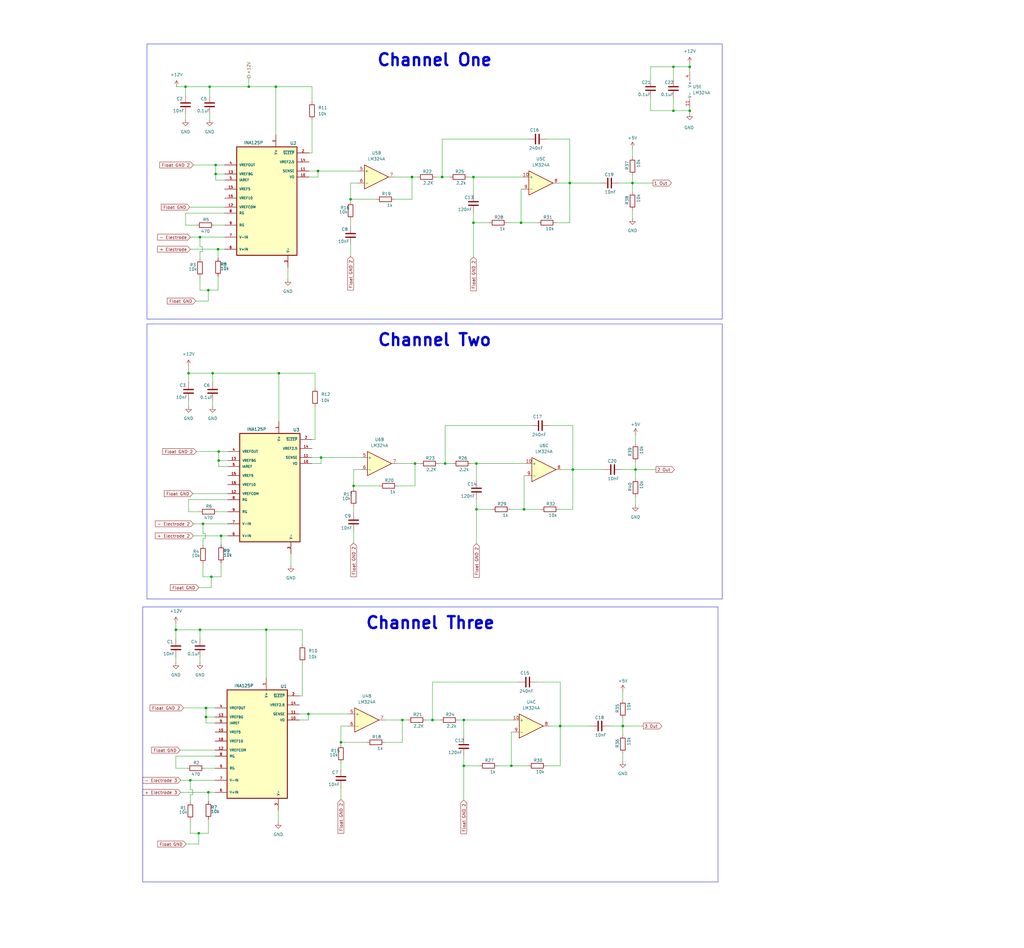
<source format=kicad_sch>
(kicad_sch (version 20231120) (generator "eeschema") (generator_version "8.0")
  (paper "User" 431.8 400)
  (title_block (rev "V1.0") (company "MyoGen Solutions") (comment 1 "Designed By Eng. Ndambia M."))
  (lib_symbols
    (symbol "Amplifier_Operational:LM324A" (pin_names (offset 0.127))
      (property "Reference" "U" (at 0 5.08 0))
      (property "Value" "LM324A" (at 0 -5.08 0))
      (symbol "LM324A_1_1"
        (polyline (pts (xy -5.08 5.08) (xy 5.08 0) (xy -5.08 -5.08) (xy -5.08 5.08)) (stroke (width 0.254)) (fill (type background)))
        (pin output line (at 7.62 0 180) (length 2.54) (name "~") (number "1"))
        (pin input line (at -7.62 -2.54 0) (length 2.54) (name "-") (number "2"))
        (pin input line (at -7.62 2.54 0) (length 2.54) (name "+") (number "3"))
      )
      (symbol "LM324A_2_1"
        (polyline (pts (xy -5.08 5.08) (xy 5.08 0) (xy -5.08 -5.08) (xy -5.08 5.08)) (stroke (width 0.254)) (fill (type background)))
        (pin input line (at -7.62 2.54 0) (length 2.54) (name "+") (number "5"))
        (pin input line (at -7.62 -2.54 0) (length 2.54) (name "-") (number "6"))
        (pin output line (at 7.62 0 180) (length 2.54) (name "~") (number "7"))
      )
      (symbol "LM324A_3_1"
        (polyline (pts (xy -5.08 5.08) (xy 5.08 0) (xy -5.08 -5.08) (xy -5.08 5.08)) (stroke (width 0.254)) (fill (type background)))
        (pin input line (at -7.62 2.54 0) (length 2.54) (name "+") (number "10"))
        (pin output line (at 7.62 0 180) (length 2.54) (name "~") (number "8"))
        (pin input line (at -7.62 -2.54 0) (length 2.54) (name "-") (number "9"))
      )
      (symbol "LM324A_4_1"
        (polyline (pts (xy -5.08 5.08) (xy 5.08 0) (xy -5.08 -5.08) (xy -5.08 5.08)) (stroke (width 0.254)) (fill (type background)))
        (pin input line (at -7.62 2.54 0) (length 2.54) (name "+") (number "12"))
        (pin input line (at -7.62 -2.54 0) (length 2.54) (name "-") (number "13"))
        (pin output line (at 7.62 0 180) (length 2.54) (name "~") (number "14"))
      )
      (symbol "LM324A_5_1"
        (pin power_in line (at -2.54 -7.62 90) (length 3.81) (name "V-") (number "11"))
        (pin power_in line (at -2.54 7.62 270) (length 3.81) (name "V+") (number "4"))
      )
    )
    (symbol "Device:C" (pin_numbers hide) (pin_names (offset 0.254))
      (property "Reference" "C" (at 0.635 2.54 0))
      (property "Value" "C" (at 0.635 -2.54 0))
      (symbol "C_0_1"
        (polyline (pts (xy -2.032 -0.762) (xy 2.032 -0.762)) (stroke (width 0.508)))
        (polyline (pts (xy -2.032 0.762) (xy 2.032 0.762)) (stroke (width 0.508)))
      )
      (symbol "C_1_1"
        (pin passive line (at 0 3.81 270) (length 2.794) (name "~") (number "1"))
        (pin passive line (at 0 -3.81 90) (length 2.794) (name "~") (number "2"))
      )
    )
    (symbol "Device:R" (pin_numbers hide) (pin_names (offset 0))
      (property "Reference" "R" (at 2.032 0 90))
      (property "Value" "R" (at 0 0 90))
      (symbol "R_0_1"
        (rectangle (start -1.016 -2.54) (end 1.016 2.54) (stroke (width 0.254)))
      )
      (symbol "R_1_1"
        (pin passive line (at 0 3.81 270) (length 1.27) (name "~") (number "1"))
        (pin passive line (at 0 -3.81 90) (length 1.27) (name "~") (number "2"))
      )
    )
    (symbol "INA125P:INA125P" (pin_names (offset 1.016))
      (property "Reference" "U1" (at 11.176 24.384 0))
      (property "Value" "INA125P" (at -5.588 24.638 0))
      (symbol "INA125P_0_0"
        (rectangle (start -12.7 22.86) (end 12.7 -22.86) (stroke (width 0.41)) (fill (type background)))
        (pin power_in line (at 3.81 27.94 270) (length 5.08) (name "V+") (number "1"))
        (pin output line (at 17.78 10.16 180) (length 5.08) (name "VO") (number "10"))
        (pin input line (at 17.78 12.7 180) (length 5.08) (name "SENSE") (number "11"))
        (pin input line (at -17.78 -2.54 0) (length 5.08) (name "VREFCOM") (number "12"))
        (pin input line (at -17.78 11.43 0) (length 5.08) (name "VREFBG") (number "13"))
        (pin power_in line (at 17.78 16.51 180) (length 5.08) (name "VREF2.5") (number "14"))
        (pin input line (at -17.78 5.08 0) (length 5.08) (name "VREF5") (number "15"))
        (pin input line (at -17.78 1.27 0) (length 5.08) (name "VREF10") (number "16"))
        (pin bidirectional line (at 17.78 20.32 180) (length 5.08) (name "~{SLEEP}") (number "2"))
        (pin power_in line (at 8.89 -27.94 90) (length 5.08) (name "V-") (number "3"))
        (pin output line (at -17.78 15.24 0) (length 5.08) (name "VREFOUT") (number "4"))
        (pin input line (at -17.78 8.89 0) (length 5.08) (name "IAREF") (number "5"))
        (pin power_in line (at -17.78 -20.32 0) (length 5.08) (name "V+IN") (number "6"))
        (pin power_in line (at -17.78 -15.24 0) (length 5.08) (name "V-IN") (number "7"))
        (pin bidirectional line (at -17.78 -5.08 0) (length 5.08) (name "RG") (number "8"))
        (pin bidirectional line (at -17.78 -10.16 0) (length 5.08) (name "RG") (number "9"))
      )
    )
    (symbol "power:+12V" (power) (pin_numbers hide) (pin_names (offset 0) hide)
      (property "Value" "+12V" (at 0 3.556 0))
      (symbol "+12V_0_1"
        (polyline (pts (xy -0.762 1.27) (xy 0 2.54)))
        (polyline (pts (xy 0 0) (xy 0 2.54)))
        (polyline (pts (xy 0 2.54) (xy 0.762 1.27)))
      )
      (symbol "+12V_1_1"
        (pin power_in line (at 0 0 90) (length 0) (name "~") (number "1"))
      )
    )
    (symbol "power:+5V" (power) (pin_numbers hide) (pin_names (offset 0) hide)
      (property "Value" "+5V" (at 0 3.556 0))
      (symbol "+5V_0_1"
        (polyline (pts (xy -0.762 1.27) (xy 0 2.54)))
        (polyline (pts (xy 0 0) (xy 0 2.54)))
        (polyline (pts (xy 0 2.54) (xy 0.762 1.27)))
      )
      (symbol "+5V_1_1"
        (pin power_in line (at 0 0 90) (length 0) (name "~") (number "1"))
      )
    )
    (symbol "power:GND" (power) (pin_numbers hide) (pin_names (offset 0) hide)
      (property "Value" "GND" (at 0 -3.81 0))
      (symbol "GND_0_1"
        (polyline (pts (xy 0 0) (xy 0 -1.27) (xy 1.27 -1.27) (xy 0 -2.54) (xy -1.27 -1.27) (xy 0 -1.27)))
      )
      (symbol "GND_1_1"
        (pin power_in line (at 0 0 270) (length 0) (name "~") (number "1"))
      )
    )
  )
  (junction (at 92.202 190.5))
  (junction (at 116.332 36.576))
  (junction (at 90.932 69.596))
  (junction (at 89.662 157.48))
  (junction (at 149.098 204.978))
  (junction (at 83.7921 351.536))
  (junction (at 147.828 84.074))
  (junction (at 86.868 302.514))
  (junction (at 135.382 193.04))
  (junction (at 200.914 195.58))
  (junction (at 200.914 214.884))
  (junction (at 104.902 36.576))
  (junction (at 182.372 303.784))
  (junction (at 187.706 195.58))
  (junction (at 219.71 93.98))
  (junction (at 79.502 157.48))
  (junction (at 84.328 100.076))
  (junction (at 87.884 334.264))
  (junction (at 78.232 36.576))
  (junction (at 283.972 28.194))
  (junction (at 88.392 36.576))
  (junction (at 86.868 298.704))
  (junction (at 143.764 313.182))
  (junction (at 175.006 195.58))
  (junction (at 267.97 198.12))
  (junction (at 134.112 72.136))
  (junction (at 85.598 220.98))
  (junction (at 92.202 194.31))
  (junction (at 195.58 323.088))
  (junction (at 240.284 77.216))
  (junction (at 283.972 46.736))
  (junction (at 90.932 73.406))
  (junction (at 80.264 329.184))
  (junction (at 236.22 306.324))
  (junction (at 93.218 226.06))
  (junction (at 262.636 306.324))
  (junction (at 241.554 198.12))
  (junction (at 195.58 303.784))
  (junction (at 199.644 74.676))
  (junction (at 186.436 74.676))
  (junction (at 87.8561 122.428))
  (junction (at 91.948 105.156))
  (junction (at 173.736 74.676))
  (junction (at 130.048 301.244))
  (junction (at 117.602 157.48))
  (junction (at 112.268 265.684))
  (junction (at 215.646 323.088))
  (junction (at 74.168 265.684))
  (junction (at 220.98 214.884))
  (junction (at 290.83 28.194))
  (junction (at 266.7 77.216))
  (junction (at 89.1261 243.332))
  (junction (at 84.328 265.684))
  (junction (at 290.83 46.736))
  (junction (at 199.644 93.98))
  (junction (at 169.672 303.784))
  (wire (pts (xy 267.97 209.55) (xy 267.97 213.106)))
  (wire (pts (xy 147.828 77.216) (xy 151.13 77.216)))
  (wire (pts (xy 80.264 335.28) (xy 81.28 335.28)))
  (wire (pts (xy 234.442 93.98) (xy 240.284 93.98)))
  (wire (pts (xy 173.736 84.074) (xy 173.736 74.676)))
  (wire (pts (xy 93.218 243.332) (xy 89.1261 243.332)))
  (wire (pts (xy 92.202 190.5) (xy 92.202 194.31)))
  (wire (pts (xy 274.32 28.194) (xy 283.972 28.194)))
  (wire (pts (xy 169.672 313.182) (xy 169.672 303.784)))
  (wire (pts (xy 74.168 265.684) (xy 74.168 269.494)))
  (wire (pts (xy 89.662 157.48) (xy 117.602 157.48)))
  (wire (pts (xy 231.648 179.578) (xy 241.554 179.578)))
  (wire (pts (xy 84.328 122.428) (xy 84.328 116.84)))
  (wire (pts (xy 87.884 334.264) (xy 90.678 334.264)))
  (wire (pts (xy 222.758 58.674) (xy 186.436 58.674)))
  (wire (pts (xy 187.706 179.578) (xy 187.706 195.58)))
  (wire (pts (xy 143.764 332.232) (xy 143.764 337.312)))
  (wire (pts (xy 187.706 195.58) (xy 191.008 195.58)))
  (wire (pts (xy 162.306 313.182) (xy 169.672 313.182)))
  (wire (pts (xy 215.138 214.884) (xy 220.98 214.884)))
  (wire (pts (xy 169.672 303.784) (xy 171.958 303.784)))
  (wire (pts (xy 80.264 329.184) (xy 90.678 329.184)))
  (wire (pts (xy 266.7 73.914) (xy 266.7 77.216)))
  (wire (pts (xy 81.534 220.98) (xy 85.598 220.98)))
  (wire (pts (xy 266.7 77.216) (xy 266.7 81.026)))
  (wire (pts (xy 195.58 318.77) (xy 195.58 323.088)))
  (wire (pts (xy 81.28 333.248) (xy 80.264 333.248)))
  (wire (pts (xy 84.328 265.684) (xy 112.268 265.684)))
  (wire (pts (xy 219.71 93.98) (xy 219.71 79.756)))
  (wire (pts (xy 220.98 214.884) (xy 228.092 214.884)))
  (wire (pts (xy 173.736 74.676) (xy 176.022 74.676)))
  (wire (pts (xy 83.7921 356.108) (xy 83.7921 351.536)))
  (wire (pts (xy 79.502 157.48) (xy 89.662 157.48)))
  (wire (pts (xy 135.382 193.04) (xy 152.4 193.04)))
  (wire (pts (xy 76.2 334.264) (xy 87.884 334.264)))
  (wire (pts (xy 89.662 157.48) (xy 89.662 161.29)))
  (wire (pts (xy 143.764 306.324) (xy 147.066 306.324)))
  (wire (pts (xy 199.644 93.98) (xy 199.644 108.458)))
  (wire (pts (xy 149.098 204.978) (xy 149.098 205.994)))
  (wire (pts (xy 117.602 177.8) (xy 117.602 157.48)))
  (wire (pts (xy 130.302 74.676) (xy 134.112 74.676)))
  (wire (pts (xy 127.508 279.654) (xy 127.508 293.624)))
  (wire (pts (xy 262.636 306.324) (xy 271.272 306.324)))
  (wire (pts (xy 80.264 335.28) (xy 80.264 338.328)))
  (wire (pts (xy 130.302 72.136) (xy 134.112 72.136)))
  (wire (pts (xy 94.742 69.596) (xy 90.932 69.596)))
  (wire (pts (xy 130.048 303.784) (xy 130.048 301.244)))
  (wire (pts (xy 236.982 198.12) (xy 241.554 198.12)))
  (wire (pts (xy 173.736 74.676) (xy 166.37 74.676)))
  (wire (pts (xy 290.83 26.67) (xy 290.83 28.194)))
  (wire (pts (xy 92.202 196.85) (xy 92.202 194.31)))
  (wire (pts (xy 104.902 32.766) (xy 104.902 36.576)))
  (wire (pts (xy 83.7921 351.536) (xy 80.264 351.536)))
  (wire (pts (xy 79.502 210.82) (xy 79.502 215.9)))
  (wire (pts (xy 85.598 227.076) (xy 86.614 227.076)))
  (wire (pts (xy 91.948 122.428) (xy 87.8561 122.428)))
  (wire (pts (xy 74.168 319.024) (xy 74.168 324.104)))
  (wire (pts (xy 256.794 306.324) (xy 262.636 306.324)))
  (wire (pts (xy 94.742 73.406) (xy 90.932 73.406)))
  (wire (pts (xy 79.502 215.9) (xy 84.074 215.9)))
  (wire (pts (xy 79.502 168.91) (xy 79.502 171.45)))
  (wire (pts (xy 186.436 58.674) (xy 186.436 74.676)))
  (wire (pts (xy 90.678 302.514) (xy 86.868 302.514)))
  (wire (pts (xy 154.686 313.182) (xy 143.764 313.182)))
  (wire (pts (xy 262.636 306.324) (xy 262.636 310.134)))
  (wire (pts (xy 89.1261 243.332) (xy 85.598 243.332)))
  (wire (pts (xy 240.284 77.216) (xy 240.284 93.98)))
  (wire (pts (xy 88.392 36.576) (xy 104.902 36.576)))
  (wire (pts (xy 236.22 306.324) (xy 236.22 323.088)))
  (wire (pts (xy 81.534 69.596) (xy 90.932 69.596)))
  (wire (pts (xy 219.71 79.756) (xy 220.472 79.756)))
  (wire (pts (xy 132.842 157.48) (xy 132.842 163.83)))
  (wire (pts (xy 131.572 50.546) (xy 131.572 64.516)))
  (wire (pts (xy 127.508 265.684) (xy 127.508 272.034)))
  (wire (pts (xy 74.168 265.684) (xy 84.328 265.684)))
  (wire (pts (xy 84.328 100.076) (xy 94.742 100.076)))
  (wire (pts (xy 104.902 36.576) (xy 116.332 36.576)))
  (wire (pts (xy 79.502 154.432) (xy 79.502 157.48)))
  (wire (pts (xy 220.98 214.884) (xy 220.98 200.66)))
  (wire (pts (xy 132.842 157.48) (xy 117.602 157.48)))
  (wire (pts (xy 175.006 195.58) (xy 167.64 195.58)))
  (wire (pts (xy 91.948 105.156) (xy 94.742 105.156)))
  (wire (pts (xy 149.098 198.12) (xy 152.4 198.12)))
  (wire (pts (xy 91.694 215.9) (xy 96.012 215.9)))
  (wire (pts (xy 267.97 183.388) (xy 267.97 187.198)))
  (wire (pts (xy 87.8561 122.428) (xy 84.328 122.428)))
  (wire (pts (xy 88.392 48.006) (xy 88.392 50.546)))
  (wire (pts (xy 198.628 195.58) (xy 200.914 195.58)))
  (wire (pts (xy 78.486 356.108) (xy 83.7921 356.108)))
  (wire (pts (xy 200.914 214.884) (xy 200.914 229.362)))
  (wire (pts (xy 134.112 72.136) (xy 151.13 72.136)))
  (wire (pts (xy 260.858 77.216) (xy 266.7 77.216)))
  (wire (pts (xy 267.97 198.12) (xy 276.606 198.12)))
  (wire (pts (xy 126.238 293.624) (xy 127.508 293.624)))
  (wire (pts (xy 240.284 77.216) (xy 253.238 77.216)))
  (wire (pts (xy 209.804 323.088) (xy 215.646 323.088)))
  (wire (pts (xy 274.32 46.736) (xy 283.972 46.736)))
  (wire (pts (xy 219.71 93.98) (xy 226.822 93.98)))
  (wire (pts (xy 149.098 213.614) (xy 149.098 216.408)))
  (wire (pts (xy 78.232 48.006) (xy 78.232 50.546)))
  (wire (pts (xy 167.64 204.978) (xy 175.006 204.978)))
  (wire (pts (xy 240.284 58.674) (xy 240.284 77.216)))
  (wire (pts (xy 236.22 287.782) (xy 236.22 306.324)))
  (wire (pts (xy 86.868 305.054) (xy 86.868 302.514)))
  (wire (pts (xy 76.2 329.184) (xy 80.264 329.184)))
  (wire (pts (xy 81.28 208.28) (xy 96.012 208.28)))
  (wire (pts (xy 85.598 225.044) (xy 85.598 220.98)))
  (wire (pts (xy 93.218 237.49) (xy 93.218 243.332)))
  (wire (pts (xy 231.648 306.324) (xy 236.22 306.324)))
  (wire (pts (xy 143.764 313.182) (xy 143.764 314.198)))
  (wire (pts (xy 96.012 196.85) (xy 92.202 196.85)))
  (wire (pts (xy 83.82 247.904) (xy 89.1261 247.904)))
  (wire (pts (xy 80.264 100.076) (xy 84.328 100.076)))
  (wire (pts (xy 200.914 202.946) (xy 200.914 195.58)))
  (wire (pts (xy 84.328 106.172) (xy 84.328 109.22)))
  (wire (pts (xy 266.7 62.484) (xy 266.7 66.294)))
  (wire (pts (xy 131.572 36.576) (xy 116.332 36.576)))
  (wire (pts (xy 127.508 265.684) (xy 112.268 265.684)))
  (wire (pts (xy 175.006 195.58) (xy 177.292 195.58)))
  (wire (pts (xy 80.264 333.248) (xy 80.264 329.184)))
  (wire (pts (xy 195.58 323.088) (xy 195.58 337.566)))
  (wire (pts (xy 149.098 224.028) (xy 149.098 229.108)))
  (wire (pts (xy 132.842 171.45) (xy 132.842 185.42)))
  (wire (pts (xy 75.946 316.484) (xy 90.678 316.484)))
  (wire (pts (xy 90.678 305.054) (xy 86.868 305.054)))
  (wire (pts (xy 158.75 84.074) (xy 147.828 84.074)))
  (wire (pts (xy 84.328 277.114) (xy 84.328 279.654)))
  (wire (pts (xy 213.868 93.98) (xy 219.71 93.98)))
  (wire (pts (xy 131.572 195.58) (xy 135.382 195.58)))
  (wire (pts (xy 215.646 323.088) (xy 215.646 308.864)))
  (wire (pts (xy 199.644 74.676) (xy 220.472 74.676)))
  (wire (pts (xy 283.972 28.194) (xy 290.83 28.194)))
  (wire (pts (xy 90.678 319.024) (xy 74.168 319.024)))
  (wire (pts (xy 82.55 127) (xy 87.8561 127)))
  (wire (pts (xy 116.332 56.896) (xy 116.332 36.576)))
  (wire (pts (xy 147.828 92.71) (xy 147.828 95.504)))
  (wire (pts (xy 74.422 36.576) (xy 78.232 36.576)))
  (wire (pts (xy 220.98 200.66) (xy 221.742 200.66)))
  (wire (pts (xy 267.97 198.12) (xy 267.97 201.93)))
  (wire (pts (xy 290.83 46.736) (xy 290.83 48.006)))
  (wire (pts (xy 149.098 198.12) (xy 149.098 204.978)))
  (wire (pts (xy 262.636 303.022) (xy 262.636 306.324)))
  (wire (pts (xy 184.912 195.58) (xy 187.706 195.58)))
  (wire (pts (xy 74.168 277.114) (xy 74.168 279.654)))
  (wire (pts (xy 230.378 58.674) (xy 240.284 58.674)))
  (wire (pts (xy 175.006 204.978) (xy 175.006 195.58)))
  (wire (pts (xy 96.012 190.5) (xy 92.202 190.5)))
  (wire (pts (xy 224.028 179.578) (xy 187.706 179.578)))
  (wire (pts (xy 143.764 306.324) (xy 143.764 313.182)))
  (wire (pts (xy 179.578 303.784) (xy 182.372 303.784)))
  (wire (pts (xy 96.012 194.31) (xy 92.202 194.31)))
  (wire (pts (xy 94.742 89.916) (xy 78.232 89.916)))
  (wire (pts (xy 86.614 227.076) (xy 86.614 225.044)))
  (wire (pts (xy 193.294 303.784) (xy 195.58 303.784)))
  (wire (pts (xy 122.682 233.68) (xy 122.682 238.76)))
  (wire (pts (xy 85.344 106.172) (xy 85.344 104.14)))
  (wire (pts (xy 80.01 87.376) (xy 94.742 87.376)))
  (wire (pts (xy 80.264 351.536) (xy 80.264 345.948)))
  (wire (pts (xy 197.358 74.676) (xy 199.644 74.676)))
  (wire (pts (xy 90.678 298.704) (xy 86.868 298.704)))
  (wire (pts (xy 90.932 69.596) (xy 90.932 73.406)))
  (wire (pts (xy 195.58 311.15) (xy 195.58 303.784)))
  (wire (pts (xy 262.636 291.592) (xy 262.636 295.402)))
  (wire (pts (xy 87.884 334.264) (xy 87.884 338.074)))
  (wire (pts (xy 126.238 301.244) (xy 130.048 301.244)))
  (wire (pts (xy 199.644 93.98) (xy 206.248 93.98)))
  (wire (pts (xy 235.712 77.216) (xy 240.284 77.216)))
  (wire (pts (xy 86.36 324.104) (xy 90.678 324.104)))
  (wire (pts (xy 147.828 84.074) (xy 147.828 85.09)))
  (wire (pts (xy 91.948 105.156) (xy 91.948 108.966)))
  (wire (pts (xy 195.58 303.784) (xy 216.408 303.784)))
  (wire (pts (xy 87.884 345.694) (xy 87.884 351.536)))
  (wire (pts (xy 283.972 28.194) (xy 283.972 33.528)))
  (wire (pts (xy 78.232 36.576) (xy 78.232 40.386)))
  (wire (pts (xy 235.712 214.884) (xy 241.554 214.884)))
  (wire (pts (xy 290.83 28.194) (xy 290.83 30.226)))
  (wire (pts (xy 274.32 41.148) (xy 274.32 46.736)))
  (wire (pts (xy 195.58 323.088) (xy 202.184 323.088)))
  (wire (pts (xy 78.232 89.916) (xy 78.232 94.996)))
  (wire (pts (xy 218.694 287.782) (xy 182.372 287.782)))
  (wire (pts (xy 121.412 112.776) (xy 121.412 117.856)))
  (wire (pts (xy 74.168 262.89) (xy 74.168 265.684)))
  (wire (pts (xy 85.598 220.98) (xy 96.012 220.98)))
  (wire (pts (xy 200.914 195.58) (xy 221.742 195.58)))
  (wire (pts (xy 74.168 324.104) (xy 78.74 324.104)))
  (wire (pts (xy 147.828 77.216) (xy 147.828 84.074)))
  (wire (pts (xy 84.328 106.172) (xy 85.344 106.172)))
  (wire (pts (xy 182.372 287.782) (xy 182.372 303.784)))
  (wire (pts (xy 130.302 64.516) (xy 131.572 64.516)))
  (wire (pts (xy 199.644 89.662) (xy 199.644 93.98)))
  (wire (pts (xy 199.644 82.042) (xy 199.644 74.676)))
  (wire (pts (xy 85.344 104.14) (xy 84.328 104.14)))
  (wire (pts (xy 226.314 287.782) (xy 236.22 287.782)))
  (wire (pts (xy 87.8561 127) (xy 87.8561 122.428)))
  (wire (pts (xy 135.382 195.58) (xy 135.382 193.04)))
  (wire (pts (xy 85.598 243.332) (xy 85.598 237.744)))
  (wire (pts (xy 86.614 225.044) (xy 85.598 225.044)))
  (wire (pts (xy 182.372 303.784) (xy 185.674 303.784)))
  (wire (pts (xy 81.28 335.28) (xy 81.28 333.248)))
  (wire (pts (xy 88.392 36.576) (xy 88.392 40.386)))
  (wire (pts (xy 200.914 214.884) (xy 207.518 214.884)))
  (wire (pts (xy 79.502 157.48) (xy 79.502 161.29)))
  (wire (pts (xy 91.948 116.586) (xy 91.948 122.428)))
  (wire (pts (xy 215.646 308.864) (xy 216.408 308.864)))
  (wire (pts (xy 267.97 194.818) (xy 267.97 198.12)))
  (wire (pts (xy 84.328 265.684) (xy 84.328 269.494)))
  (wire (pts (xy 230.378 323.088) (xy 236.22 323.088)))
  (wire (pts (xy 241.554 179.578) (xy 241.554 198.12)))
  (wire (pts (xy 236.22 306.324) (xy 249.174 306.324)))
  (wire (pts (xy 290.83 45.466) (xy 290.83 46.736)))
  (wire (pts (xy 80.264 105.156) (xy 91.948 105.156)))
  (wire (pts (xy 89.1261 247.904) (xy 89.1261 243.332)))
  (wire (pts (xy 262.128 198.12) (xy 267.97 198.12)))
  (wire (pts (xy 160.02 204.978) (xy 149.098 204.978)))
  (wire (pts (xy 274.32 33.528) (xy 274.32 28.194)))
  (wire (pts (xy 283.972 46.736) (xy 290.83 46.736)))
  (wire (pts (xy 90.932 75.946) (xy 90.932 73.406)))
  (wire (pts (xy 82.804 190.5) (xy 92.202 190.5)))
  (wire (pts (xy 93.218 226.06) (xy 96.012 226.06)))
  (wire (pts (xy 266.7 88.646) (xy 266.7 92.202)))
  (wire (pts (xy 241.554 198.12) (xy 241.554 214.884)))
  (wire (pts (xy 87.884 351.536) (xy 83.7921 351.536)))
  (wire (pts (xy 112.268 286.004) (xy 112.268 265.684)))
  (wire (pts (xy 96.012 210.82) (xy 79.502 210.82)))
  (wire (pts (xy 131.572 193.04) (xy 135.382 193.04)))
  (wire (pts (xy 117.348 341.884) (xy 117.348 346.964)))
  (wire (pts (xy 131.572 36.576) (xy 131.572 42.926)))
  (wire (pts (xy 90.424 94.996) (xy 94.742 94.996)))
  (wire (pts (xy 134.112 74.676) (xy 134.112 72.136)))
  (wire (pts (xy 89.662 168.91) (xy 89.662 171.45)))
  (wire (pts (xy 77.47 298.704) (xy 86.868 298.704)))
  (wire (pts (xy 126.238 303.784) (xy 130.048 303.784)))
  (wire (pts (xy 183.642 74.676) (xy 186.436 74.676)))
  (wire (pts (xy 81.534 226.06) (xy 93.218 226.06)))
  (wire (pts (xy 283.972 41.148) (xy 283.972 46.736)))
  (wire (pts (xy 215.646 323.088) (xy 222.758 323.088)))
  (wire (pts (xy 166.37 84.074) (xy 173.736 84.074)))
  (wire (pts (xy 130.048 301.244) (xy 147.066 301.244)))
  (wire (pts (xy 241.554 198.12) (xy 254.508 198.12)))
  (wire (pts (xy 93.218 226.06) (xy 93.218 229.87)))
  (wire (pts (xy 131.572 185.42) (xy 132.842 185.42)))
  (wire (pts (xy 147.828 103.124) (xy 147.828 108.204)))
  (wire (pts (xy 84.328 104.14) (xy 84.328 100.076)))
  (wire (pts (xy 94.742 75.946) (xy 90.932 75.946)))
  (wire (pts (xy 86.868 298.704) (xy 86.868 302.514)))
  (wire (pts (xy 78.232 36.576) (xy 88.392 36.576)))
  (wire (pts (xy 262.636 317.754) (xy 262.636 321.31)))
  (wire (pts (xy 200.914 210.566) (xy 200.914 214.884)))
  (wire (pts (xy 78.232 94.996) (xy 82.804 94.996)))
  (wire (pts (xy 266.7 77.216) (xy 275.336 77.216)))
  (wire (pts (xy 169.672 303.784) (xy 162.306 303.784)))
  (wire (pts (xy 143.764 321.818) (xy 143.764 324.612)))
  (wire (pts (xy 186.436 74.676) (xy 189.738 74.676)))
  (wire (pts (xy 85.598 227.076) (xy 85.598 230.124)))
  (text_box "Channel Two\n" (at 61.976 136.652 0) (size 242.57 116.078) (effects (font (size 5 5) (thickness 1) (bold yes)) (justify top)))
  (text_box "Channel Three\n" (at 60.198 256.032 0) (size 242.57 116.078) (effects (font (size 5 5) (thickness 1) (bold yes)) (justify top)))
  (text_box "Channel One" (at 61.976 18.542 0) (size 242.57 116.078) (effects (font (size 5 5) (thickness 1) (bold yes)) (justify top)))
  (global_label "Float GND" (shape input) (at 82.55 127 180) (property "Intersheetrefs" "${INTERSHEET_REFS}" (effects (hide yes))))
  (global_label "+ Electrode" (shape input) (at 80.264 105.156 180) (property "Intersheetrefs" "${INTERSHEET_REFS}" (effects (hide yes))))
  (global_label "Float GND 2" (shape input) (at 200.914 229.362 270) (property "Intersheetrefs" "${INTERSHEET_REFS}" (effects (hide yes))))
  (global_label "3 Out" (shape output) (at 271.272 306.324 0) (property "Intersheetrefs" "${INTERSHEET_REFS}" (effects (hide yes))))
  (global_label "Float GND 2" (shape input) (at 77.47 298.704 180) (property "Intersheetrefs" "${INTERSHEET_REFS}" (effects (hide yes))))
  (global_label "Float GND 2" (shape input) (at 143.764 337.312 270) (property "Intersheetrefs" "${INTERSHEET_REFS}" (effects (hide yes))))
  (global_label "Float GND 2" (shape input) (at 149.098 229.108 270) (property "Intersheetrefs" "${INTERSHEET_REFS}" (effects (hide yes))))
  (global_label "Float GND" (shape input) (at 83.82 247.904 180) (property "Intersheetrefs" "${INTERSHEET_REFS}" (effects (hide yes))))
  (global_label "Float GND" (shape input) (at 75.946 316.484 180) (property "Intersheetrefs" "${INTERSHEET_REFS}" (effects (hide yes))))
  (global_label "Float GND" (shape input) (at 80.01 87.376 180) (property "Intersheetrefs" "${INTERSHEET_REFS}" (effects (hide yes))))
  (global_label "Float GND" (shape input) (at 78.486 356.108 180) (property "Intersheetrefs" "${INTERSHEET_REFS}" (effects (hide yes))))
  (global_label "1 Out" (shape output) (at 275.336 77.216 0) (property "Intersheetrefs" "${INTERSHEET_REFS}" (effects (hide yes))))
  (global_label "2 Out" (shape output) (at 276.606 198.12 0) (property "Intersheetrefs" "${INTERSHEET_REFS}" (effects (hide yes))))
  (global_label "- Electrode 3" (shape input) (at 76.2 329.184 180) (property "Intersheetrefs" "${INTERSHEET_REFS}" (effects (hide yes))))
  (global_label "Float GND 2" (shape input) (at 147.828 108.204 270) (property "Intersheetrefs" "${INTERSHEET_REFS}" (effects (hide yes))))
  (global_label "Float GND 2" (shape input) (at 195.58 337.566 270) (property "Intersheetrefs" "${INTERSHEET_REFS}" (effects (hide yes))))
  (global_label "Float GND 2" (shape input) (at 81.534 69.596 180) (property "Intersheetrefs" "${INTERSHEET_REFS}" (effects (hide yes))))
  (global_label "Float GND 2" (shape input) (at 82.804 190.5 180) (property "Intersheetrefs" "${INTERSHEET_REFS}" (effects (hide yes))))
  (global_label "Float GND" (shape input) (at 81.28 208.28 180) (property "Intersheetrefs" "${INTERSHEET_REFS}" (effects (hide yes))))
  (global_label "+ Electrode 2" (shape input) (at 81.534 226.06 180) (property "Intersheetrefs" "${INTERSHEET_REFS}" (effects (hide yes))))
  (global_label "- Electrode 2" (shape input) (at 81.534 220.98 180) (property "Intersheetrefs" "${INTERSHEET_REFS}" (effects (hide yes))))
  (global_label "+ Electrode 3" (shape input) (at 76.2 334.264 180) (property "Intersheetrefs" "${INTERSHEET_REFS}" (effects (hide yes))))
  (global_label "- Electrode" (shape input) (at 80.264 100.076 180) (property "Intersheetrefs" "${INTERSHEET_REFS}" (effects (hide yes))))
  (global_label "Float GND 2" (shape input) (at 199.644 108.458 270) (property "Intersheetrefs" "${INTERSHEET_REFS}" (effects (hide yes))))
  (hierarchical_label "+12V" (shape output) (at 104.902 32.766 90))
  (symbol (lib_id "power:GND") (at 84.328 279.654 0) (unit 1)
    (property "Reference" "#PWR07" (effects (hide yes)))
    (property "Value" "GND" (at 84.328 284.734 0))
    (property "Description" "Power symbol creates a global label with name \"GND\" , ground" (effects (hide yes)))
  )
  (symbol (lib_id "Device:R") (at 226.568 323.088 90) (unit 1)
    (property "Reference" "R30" (at 228.854 320.802 90) (effects (justify left)))
    (property "Value" "10k" (at 229.616 325.628 90) (effects (justify left)))
    (property "Footprint" "Resistor_SMD:R_0603_1608Metric_Pad0.98x0.95mm_HandSolder" (effects (hide yes)))
    (property "Description" "Resistor" (effects (hide yes)))
  )
  (symbol (lib_id "power:GND") (at 74.168 279.654 0) (unit 1)
    (property "Reference" "#PWR02" (effects (hide yes)))
    (property "Value" "GND" (at 74.168 284.734 0))
    (property "Description" "Power symbol creates a global label with name \"GND\" , ground" (effects (hide yes)))
  )
  (symbol (lib_id "Device:C") (at 274.32 37.338 0) (unit 1)
    (property "Reference" "C21" (at 270.51 34.798 0) (effects (justify left)))
    (property "Value" "0.1uF" (at 268.986 39.878 0) (effects (justify left)))
    (property "Footprint" "Capacitor_SMD:C_0201_0603Metric" (effects (hide yes)))
    (property "Description" "Unpolarized capacitor" (effects (hide yes)))
  )
  (symbol (lib_id "power:GND") (at 88.392 50.546 0) (unit 1)
    (property "Reference" "#PWR08" (effects (hide yes)))
    (property "Value" "GND" (at 88.392 55.626 0))
    (property "Description" "Power symbol creates a global label with name \"GND\" , ground" (effects (hide yes)))
  )
  (symbol (lib_id "Device:R") (at 266.7 84.836 180) (unit 1)
    (property "Reference" "R38" (at 264.414 82.55 90) (effects (justify left)))
    (property "Value" "10k" (at 269.24 81.788 90) (effects (justify left)))
    (property "Footprint" "Resistor_SMD:R_0603_1608Metric_Pad0.98x0.95mm_HandSolder" (effects (hide yes)))
    (property "Description" "Resistor" (effects (hide yes)))
  )
  (symbol (lib_id "INA125P:INA125P") (at 113.792 205.74 0) (unit 1)
    (property "Reference" "U3" (at 124.968 181.356 0))
    (property "Value" "INA125P" (at 108.204 181.102 0))
    (property "Footprint" "INA125P:DIP794W45P254L1969H508Q16" (effects (hide yes)))
    (property "MF" "Texas Instruments" (effects (hide yes)))
    (property "Description_1" "\nInstrumentation Amplifier with Precision Voltage Reference\n" (effects (hide yes)))
    (property "Package" "PDIP-16 Texas Instruments" (effects (hide yes)))
    (property "Price" "None" (effects (hide yes)))
    (property "SnapEDA_Link" "https://www.snapeda.com/parts/INA125P/Texas+Instruments/view-part/?ref=snap" (effects (hide yes)))
    (property "MP" "INA125P" (effects (hide yes)))
    (property "Availability" "In Stock" (effects (hide yes)))
    (property "Check_prices" "https://www.snapeda.com/parts/INA125P/Texas+Instruments/view-part/?ref=eda" (effects (hide yes)))
  )
  (symbol (lib_id "Device:R") (at 205.994 323.088 90) (unit 1)
    (property "Reference" "R27" (at 208.28 320.802 90) (effects (justify left)))
    (property "Value" "1k" (at 209.042 325.628 90) (effects (justify left)))
    (property "Footprint" "Resistor_SMD:R_0603_1608Metric_Pad0.98x0.95mm_HandSolder" (effects (hide yes)))
    (property "Description" "Resistor" (effects (hide yes)))
  )
  (symbol (lib_id "Device:C") (at 195.58 314.96 0) (unit 1)
    (property "Reference" "C12" (at 191.77 312.42 0) (effects (justify left)))
    (property "Value" "120nF" (at 188.976 317.5 0) (effects (justify left)))
    (property "Footprint" "Capacitor_SMD:C_0201_0603Metric" (effects (hide yes)))
    (property "Description" "Unpolarized capacitor" (effects (hide yes)))
  )
  (symbol (lib_id "Device:R") (at 266.7 70.104 180) (unit 1)
    (property "Reference" "R37" (at 264.414 67.818 90) (effects (justify left)))
    (property "Value" "10k" (at 269.24 67.056 90) (effects (justify left)))
    (property "Footprint" "Resistor_SMD:R_0603_1608Metric_Pad0.98x0.95mm_HandSolder" (effects (hide yes)))
    (property "Description" "Resistor" (effects (hide yes)))
  )
  (symbol (lib_id "power:GND") (at 262.636 321.31 0) (unit 1)
    (property "Reference" "#PWR018" (effects (hide yes)))
    (property "Value" "GND" (at 262.636 326.39 0))
    (property "Description" "Power symbol creates a global label with name \"GND\" , ground" (effects (hide yes)))
  )
  (symbol (lib_id "Device:C") (at 227.838 179.578 90) (unit 1)
    (property "Reference" "C17" (at 228.6 175.768 90) (effects (justify left)))
    (property "Value" "240nF" (at 230.378 183.388 90) (effects (justify left)))
    (property "Footprint" "Capacitor_SMD:C_0201_0603Metric" (effects (hide yes)))
    (property "Description" "Unpolarized capacitor" (effects (hide yes)))
  )
  (symbol (lib_id "Amplifier_Operational:LM324A") (at 293.37 37.846 0) (unit 5)
    (property "Reference" "U5" (at 292.1 36.5759 0) (effects (justify left)))
    (property "Value" "LM324A" (at 292.1 39.1159 0) (effects (justify left)))
    (property "Datasheet" "http://www.ti.com/lit/ds/symlink/lm2902-n.pdf" (effects (hide yes)))
    (property "Description" "Low-Power, Quad-Operational Amplifiers, DIP-14/SOIC-14/SSOP-14" (effects (hide yes)))
  )
  (symbol (lib_id "Device:R") (at 80.264 342.138 0) (unit 1)
    (property "Reference" "R1" (at 75.946 340.868 0) (effects (justify left)))
    (property "Value" "10k" (at 75.438 342.646 0) (effects (justify left)))
    (property "Footprint" "Resistor_SMD:R_0603_1608Metric_Pad0.98x0.95mm_HandSolder" (effects (hide yes)))
    (property "Description" "Resistor" (effects (hide yes)))
  )
  (symbol (lib_id "Device:C") (at 79.502 165.1 0) (unit 1)
    (property "Reference" "C3" (at 75.692 162.56 0) (effects (justify left)))
    (property "Value" "10nF" (at 74.168 167.64 0) (effects (justify left)))
    (property "Footprint" "Capacitor_SMD:C_0201_0603Metric" (effects (hide yes)))
    (property "Description" "Unpolarized capacitor" (effects (hide yes)))
  )
  (symbol (lib_id "INA125P:INA125P") (at 108.458 313.944 0) (unit 1)
    (property "Reference" "U1" (at 119.634 289.56 0))
    (property "Value" "INA125P" (at 102.87 289.306 0))
    (property "Footprint" "INA125P:DIP794W45P254L1969H508Q16" (effects (hide yes)))
    (property "MF" "Texas Instruments" (effects (hide yes)))
    (property "Description_1" "\nInstrumentation Amplifier with Precision Voltage Reference\n" (effects (hide yes)))
    (property "Package" "PDIP-16 Texas Instruments" (effects (hide yes)))
    (property "Price" "None" (effects (hide yes)))
    (property "SnapEDA_Link" "https://www.snapeda.com/parts/INA125P/Texas+Instruments/view-part/?ref=snap" (effects (hide yes)))
    (property "MP" "INA125P" (effects (hide yes)))
    (property "Availability" "In Stock" (effects (hide yes)))
    (property "Check_prices" "https://www.snapeda.com/parts/INA125P/Texas+Instruments/view-part/?ref=eda" (effects (hide yes)))
  )
  (symbol (lib_id "Device:C") (at 257.048 77.216 90) (unit 1)
    (property "Reference" "C19" (at 258.826 73.66 90) (effects (justify left)))
    (property "Value" "10nF" (at 259.842 81.026 90) (effects (justify left)))
    (property "Footprint" "Capacitor_SMD:C_0201_0603Metric" (effects (hide yes)))
    (property "Description" "Unpolarized capacitor" (effects (hide yes)))
  )
  (symbol (lib_id "Device:R") (at 162.56 84.074 90) (unit 1)
    (property "Reference" "R19" (at 164.846 81.788 90) (effects (justify left)))
    (property "Value" "1k" (at 165.608 86.614 90) (effects (justify left)))
    (property "Footprint" "Resistor_SMD:R_0603_1608Metric_Pad0.98x0.95mm_HandSolder" (effects (hide yes)))
    (property "Description" "Resistor" (effects (hide yes)))
  )
  (symbol (lib_id "Device:R") (at 231.902 214.884 90) (unit 1)
    (property "Reference" "R32" (at 234.188 212.598 90) (effects (justify left)))
    (property "Value" "10k" (at 234.95 217.424 90) (effects (justify left)))
    (property "Footprint" "Resistor_SMD:R_0603_1608Metric_Pad0.98x0.95mm_HandSolder" (effects (hide yes)))
    (property "Description" "Resistor" (effects (hide yes)))
  )
  (symbol (lib_id "Device:C") (at 143.764 328.422 0) (unit 1)
    (property "Reference" "C7" (at 139.954 325.882 0) (effects (justify left)))
    (property "Value" "10nF" (at 138.43 330.962 0) (effects (justify left)))
    (property "Footprint" "Capacitor_SMD:C_0201_0603Metric" (effects (hide yes)))
    (property "Description" "Unpolarized capacitor" (effects (hide yes)))
  )
  (symbol (lib_id "power:+5V") (at 266.7 62.484 0) (unit 1)
    (property "Reference" "#PWR022" (effects (hide yes)))
    (property "Value" "+5V" (at 266.7 58.166 0))
    (property "Description" "Power symbol creates a global label with name \"+5V\"" (effects (hide yes)))
  )
  (symbol (lib_id "Device:C") (at 78.232 44.196 0) (unit 1)
    (property "Reference" "C2" (at 74.422 41.656 0) (effects (justify left)))
    (property "Value" "10nF" (at 72.898 46.736 0) (effects (justify left)))
    (property "Footprint" "Capacitor_SMD:C_0201_0603Metric" (effects (hide yes)))
    (property "Description" "Unpolarized capacitor" (effects (hide yes)))
  )
  (symbol (lib_id "Device:R") (at 189.484 303.784 90) (unit 1)
    (property "Reference" "R24" (at 191.77 301.498 90) (effects (justify left)))
    (property "Value" "2.2k" (at 192.532 306.324 90) (effects (justify left)))
    (property "Footprint" "Resistor_SMD:R_0603_1608Metric_Pad0.98x0.95mm_HandSolder" (effects (hide yes)))
    (property "Description" "Resistor" (effects (hide yes)))
  )
  (symbol (lib_id "Device:C") (at 149.098 220.218 0) (unit 1)
    (property "Reference" "C9" (at 145.288 217.678 0) (effects (justify left)))
    (property "Value" "10nF" (at 143.764 222.758 0) (effects (justify left)))
    (property "Footprint" "Capacitor_SMD:C_0201_0603Metric" (effects (hide yes)))
    (property "Description" "Unpolarized capacitor" (effects (hide yes)))
  )
  (symbol (lib_id "power:+12V") (at 290.83 26.67 0) (unit 1)
    (property "Reference" "#PWR027" (effects (hide yes)))
    (property "Value" "+12V" (at 290.83 21.59 0))
    (property "Description" "Power symbol creates a global label with name \"+12V\"" (effects (hide yes)))
  )
  (symbol (lib_id "power:GND") (at 89.662 171.45 0) (unit 1)
    (property "Reference" "#PWR09" (effects (hide yes)))
    (property "Value" "GND" (at 89.662 176.53 0))
    (property "Description" "Power symbol creates a global label with name \"GND\" , ground" (effects (hide yes)))
  )
  (symbol (lib_id "Device:R") (at 131.572 46.736 0) (unit 1)
    (property "Reference" "R11" (at 134.112 45.4659 0) (effects (justify left)))
    (property "Value" "10k" (at 134.112 48.0059 0) (effects (justify left)))
    (property "Footprint" "Resistor_SMD:R_0603_1608Metric_Pad0.98x0.95mm_HandSolder" (effects (hide yes)))
    (property "Description" "Resistor" (effects (hide yes)))
  )
  (symbol (lib_id "Device:C") (at 89.662 165.1 0) (unit 1)
    (property "Reference" "C6" (at 85.852 162.56 0) (effects (justify left)))
    (property "Value" "0.1uF" (at 84.328 167.64 0) (effects (justify left)))
    (property "Footprint" "Capacitor_SMD:C_0201_0603Metric" (effects (hide yes)))
    (property "Description" "Unpolarized capacitor" (effects (hide yes)))
  )
  (symbol (lib_id "Device:R") (at 210.058 93.98 90) (unit 1)
    (property "Reference" "R28" (at 212.344 91.694 90) (effects (justify left)))
    (property "Value" "1k" (at 213.106 96.52 90) (effects (justify left)))
    (property "Footprint" "Resistor_SMD:R_0603_1608Metric_Pad0.98x0.95mm_HandSolder" (effects (hide yes)))
    (property "Description" "Resistor" (effects (hide yes)))
  )
  (symbol (lib_id "Device:R") (at 127.508 275.844 0) (unit 1)
    (property "Reference" "R10" (at 130.048 274.5739 0) (effects (justify left)))
    (property "Value" "10k" (at 130.048 277.1139 0) (effects (justify left)))
    (property "Footprint" "Resistor_SMD:R_0603_1608Metric_Pad0.98x0.95mm_HandSolder" (effects (hide yes)))
    (property "Description" "Resistor" (effects (hide yes)))
  )
  (symbol (lib_id "Device:R") (at 93.218 233.68 0) (unit 1)
    (property "Reference" "R9" (at 94.234 232.41 0) (effects (justify left)))
    (property "Value" "10k" (at 94.234 234.188 0) (effects (justify left)))
    (property "Footprint" "Resistor_SMD:R_0603_1608Metric_Pad0.98x0.95mm_HandSolder" (effects (hide yes)))
    (property "Description" "Resistor" (effects (hide yes)))
  )
  (symbol (lib_id "power:+12V") (at 74.168 262.89 0) (unit 1)
    (property "Reference" "#PWR01" (effects (hide yes)))
    (property "Value" "+12V" (at 74.168 257.81 0))
    (property "Description" "Power symbol creates a global label with name \"+12V\"" (effects (hide yes)))
  )
  (symbol (lib_id "Device:R") (at 149.098 209.804 0) (unit 1)
    (property "Reference" "R17" (at 144.78 208.534 0) (effects (justify left)))
    (property "Value" "10k" (at 144.272 210.312 0) (effects (justify left)))
    (property "Footprint" "Resistor_SMD:R_0603_1608Metric_Pad0.98x0.95mm_HandSolder" (effects (hide yes)))
    (property "Description" "Resistor" (effects (hide yes)))
  )
  (symbol (lib_id "Amplifier_Operational:LM324A") (at 224.028 306.324 0) (unit 3)
    (property "Reference" "U4" (at 224.028 296.164 0))
    (property "Value" "LM324A" (at 224.028 298.704 0))
    (property "Datasheet" "http://www.ti.com/lit/ds/symlink/lm2902-n.pdf" (effects (hide yes)))
    (property "Description" "Low-Power, Quad-Operational Amplifiers, DIP-14/SOIC-14/SSOP-14" (effects (hide yes)))
  )
  (symbol (lib_id "Amplifier_Operational:LM324A") (at 228.092 77.216 0) (unit 3)
    (property "Reference" "U5" (at 228.092 67.056 0))
    (property "Value" "LM324A" (at 228.092 69.596 0))
    (property "Datasheet" "http://www.ti.com/lit/ds/symlink/lm2902-n.pdf" (effects (hide yes)))
    (property "Description" "Low-Power, Quad-Operational Amplifiers, DIP-14/SOIC-14/SSOP-14" (effects (hide yes)))
  )
  (symbol (lib_id "Device:R") (at 132.842 167.64 0) (unit 1)
    (property "Reference" "R12" (at 135.382 166.3699 0) (effects (justify left)))
    (property "Value" "10k" (at 135.382 168.9099 0) (effects (justify left)))
    (property "Footprint" "Resistor_SMD:R_0603_1608Metric_Pad0.98x0.95mm_HandSolder" (effects (hide yes)))
    (property "Description" "Resistor" (effects (hide yes)))
  )
  (symbol (lib_id "Device:R") (at 87.884 215.9 90) (unit 1)
    (property "Reference" "R6" (at 88.138 213.614 90))
    (property "Value" "470" (at 87.884 218.44 90))
    (property "Footprint" "Resistor_SMD:R_0402_1005Metric" (effects (hide yes)))
    (property "Description" "Resistor" (effects (hide yes)))
  )
  (symbol (lib_id "Device:C") (at 258.318 198.12 90) (unit 1)
    (property "Reference" "C20" (at 260.096 194.564 90) (effects (justify left)))
    (property "Value" "10nF" (at 261.112 201.93 90) (effects (justify left)))
    (property "Footprint" "Capacitor_SMD:C_0201_0603Metric" (effects (hide yes)))
    (property "Description" "Unpolarized capacitor" (effects (hide yes)))
  )
  (symbol (lib_id "Device:R") (at 91.948 112.776 0) (unit 1)
    (property "Reference" "R8" (at 92.964 111.506 0) (effects (justify left)))
    (property "Value" "10k" (at 92.964 113.284 0) (effects (justify left)))
    (property "Footprint" "Resistor_SMD:R_0603_1608Metric_Pad0.98x0.95mm_HandSolder" (effects (hide yes)))
    (property "Description" "Resistor" (effects (hide yes)))
  )
  (symbol (lib_id "INA125P:INA125P") (at 112.522 84.836 0) (unit 1)
    (property "Reference" "U2" (at 123.698 60.452 0))
    (property "Value" "INA125P" (at 106.934 60.198 0))
    (property "Footprint" "INA125P:DIP794W45P254L1969H508Q16" (effects (hide yes)))
    (property "MF" "Texas Instruments" (effects (hide yes)))
    (property "Description_1" "\nInstrumentation Amplifier with Precision Voltage Reference\n" (effects (hide yes)))
    (property "Package" "PDIP-16 Texas Instruments" (effects (hide yes)))
    (property "Price" "None" (effects (hide yes)))
    (property "SnapEDA_Link" "https://www.snapeda.com/parts/INA125P/Texas+Instruments/view-part/?ref=snap" (effects (hide yes)))
    (property "MP" "INA125P" (effects (hide yes)))
    (property "Availability" "In Stock" (effects (hide yes)))
    (property "Check_prices" "https://www.snapeda.com/parts/INA125P/Texas+Instruments/view-part/?ref=eda" (effects (hide yes)))
  )
  (symbol (lib_id "Device:R") (at 87.884 341.884 0) (unit 1)
    (property "Reference" "R7" (at 88.9 340.614 0) (effects (justify left)))
    (property "Value" "10k" (at 88.9 342.392 0) (effects (justify left)))
    (property "Footprint" "Resistor_SMD:R_0603_1608Metric_Pad0.98x0.95mm_HandSolder" (effects (hide yes)))
    (property "Description" "Resistor" (effects (hide yes)))
  )
  (symbol (lib_id "Device:R") (at 82.55 324.104 90) (unit 1)
    (property "Reference" "R2" (at 82.804 321.818 90))
    (property "Value" "470" (at 82.55 326.644 90))
    (property "Footprint" "Resistor_SMD:R_0402_1005Metric" (effects (hide yes)))
    (property "Description" "Resistor" (effects (hide yes)))
  )
  (symbol (lib_id "Device:C") (at 226.568 58.674 90) (unit 1)
    (property "Reference" "C16" (at 227.33 54.864 90) (effects (justify left)))
    (property "Value" "240nF" (at 229.108 62.484 90) (effects (justify left)))
    (property "Footprint" "Capacitor_SMD:C_0201_0603Metric" (effects (hide yes)))
    (property "Description" "Unpolarized capacitor" (effects (hide yes)))
  )
  (symbol (lib_id "Device:R") (at 267.97 205.74 180) (unit 1)
    (property "Reference" "R40" (at 265.684 203.454 90) (effects (justify left)))
    (property "Value" "10k" (at 270.51 202.692 90) (effects (justify left)))
    (property "Footprint" "Resistor_SMD:R_0603_1608Metric_Pad0.98x0.95mm_HandSolder" (effects (hide yes)))
    (property "Description" "Resistor" (effects (hide yes)))
  )
  (symbol (lib_id "Device:C") (at 200.914 206.756 0) (unit 1)
    (property "Reference" "C14" (at 197.104 204.216 0) (effects (justify left)))
    (property "Value" "120nF" (at 194.31 209.296 0) (effects (justify left)))
    (property "Footprint" "Capacitor_SMD:C_0201_0603Metric" (effects (hide yes)))
    (property "Description" "Unpolarized capacitor" (effects (hide yes)))
  )
  (symbol (lib_id "power:GND") (at 267.97 213.106 0) (unit 1)
    (property "Reference" "#PWR025" (effects (hide yes)))
    (property "Value" "GND" (at 267.97 218.186 0))
    (property "Description" "Power symbol creates a global label with name \"GND\" , ground" (effects (hide yes)))
  )
  (symbol (lib_id "power:+5V") (at 267.97 183.388 0) (unit 1)
    (property "Reference" "#PWR024" (effects (hide yes)))
    (property "Value" "+5V" (at 267.97 179.07 0))
    (property "Description" "Power symbol creates a global label with name \"+5V\"" (effects (hide yes)))
  )
  (symbol (lib_id "power:GND") (at 78.232 50.546 0) (unit 1)
    (property "Reference" "#PWR04" (effects (hide yes)))
    (property "Value" "GND" (at 78.232 55.626 0))
    (property "Description" "Power symbol creates a global label with name \"GND\" , ground" (effects (hide yes)))
  )
  (symbol (lib_id "Device:C") (at 252.984 306.324 90) (unit 1)
    (property "Reference" "C18" (at 254.762 302.768 90) (effects (justify left)))
    (property "Value" "10nF" (at 255.778 310.134 90) (effects (justify left)))
    (property "Footprint" "Capacitor_SMD:C_0201_0603Metric" (effects (hide yes)))
    (property "Description" "Unpolarized capacitor" (effects (hide yes)))
  )
  (symbol (lib_id "Device:R") (at 86.614 94.996 90) (unit 1)
    (property "Reference" "R5" (at 86.868 92.71 90))
    (property "Value" "470" (at 86.614 97.536 90))
    (property "Footprint" "Resistor_SMD:R_0402_1005Metric" (effects (hide yes)))
    (property "Description" "Resistor" (effects (hide yes)))
  )
  (symbol (lib_id "Device:R") (at 175.768 303.784 90) (unit 1)
    (property "Reference" "R21" (at 178.054 301.498 90) (effects (justify left)))
    (property "Value" "2.2K" (at 178.816 306.324 90) (effects (justify left)))
    (property "Footprint" "Resistor_SMD:R_0603_1608Metric_Pad0.98x0.95mm_HandSolder" (effects (hide yes)))
    (property "Description" "Resistor" (effects (hide yes)))
  )
  (symbol (lib_id "power:+12V") (at 74.422 36.576 0) (unit 1)
    (property "Reference" "#PWR03" (effects (hide yes)))
    (property "Value" "+12V" (at 74.422 31.496 0))
    (property "Description" "Power symbol creates a global label with name \"+12V\"" (effects (hide yes)))
  )
  (symbol (lib_id "power:GND") (at 122.682 238.76 0) (unit 1)
    (property "Reference" "#PWR014" (effects (hide yes)))
    (property "Value" "GND" (at 122.682 243.84 0))
    (property "Description" "Power symbol creates a global label with name \"GND\" , ground" (effects (hide yes)))
  )
  (symbol (lib_id "power:GND") (at 117.348 346.964 0) (unit 1)
    (property "Reference" "#PWR012" (effects (hide yes)))
    (property "Value" "GND" (at 117.348 352.044 0))
    (property "Description" "Power symbol creates a global label with name \"GND\" , ground" (effects (hide yes)))
  )
  (symbol (lib_id "Device:C") (at 74.168 273.304 0) (unit 1)
    (property "Reference" "C1" (at 70.358 270.764 0) (effects (justify left)))
    (property "Value" "10nF" (at 68.834 275.844 0) (effects (justify left)))
    (property "Footprint" "Capacitor_SMD:C_0201_0603Metric" (effects (hide yes)))
    (property "Description" "Unpolarized capacitor" (effects (hide yes)))
  )
  (symbol (lib_id "Device:R") (at 262.636 299.212 180) (unit 1)
    (property "Reference" "R35" (at 260.35 296.926 90) (effects (justify left)))
    (property "Value" "10k" (at 265.176 296.164 90) (effects (justify left)))
    (property "Footprint" "Resistor_SMD:R_0603_1608Metric_Pad0.98x0.95mm_HandSolder" (effects (hide yes)))
    (property "Description" "Resistor" (effects (hide yes)))
  )
  (symbol (lib_id "Device:C") (at 88.392 44.196 0) (unit 1)
    (property "Reference" "C5" (at 84.582 41.656 0) (effects (justify left)))
    (property "Value" "0.1uF" (at 83.058 46.736 0) (effects (justify left)))
    (property "Footprint" "Capacitor_SMD:C_0201_0603Metric" (effects (hide yes)))
    (property "Description" "Unpolarized capacitor" (effects (hide yes)))
  )
  (symbol (lib_id "power:GND") (at 79.502 171.45 0) (unit 1)
    (property "Reference" "#PWR06" (effects (hide yes)))
    (property "Value" "GND" (at 79.502 176.53 0))
    (property "Description" "Power symbol creates a global label with name \"GND\" , ground" (effects (hide yes)))
  )
  (symbol (lib_id "Device:R") (at 211.328 214.884 90) (unit 1)
    (property "Reference" "R29" (at 213.614 212.598 90) (effects (justify left)))
    (property "Value" "1k" (at 214.376 217.424 90) (effects (justify left)))
    (property "Footprint" "Resistor_SMD:R_0603_1608Metric_Pad0.98x0.95mm_HandSolder" (effects (hide yes)))
    (property "Description" "Resistor" (effects (hide yes)))
  )
  (symbol (lib_id "Device:R") (at 262.636 313.944 180) (unit 1)
    (property "Reference" "R36" (at 260.35 311.658 90) (effects (justify left)))
    (property "Value" "10k" (at 265.176 310.896 90) (effects (justify left)))
    (property "Footprint" "Resistor_SMD:R_0603_1608Metric_Pad0.98x0.95mm_HandSolder" (effects (hide yes)))
    (property "Description" "Resistor" (effects (hide yes)))
  )
  (symbol (lib_id "Device:R") (at 230.632 93.98 90) (unit 1)
    (property "Reference" "R31" (at 232.918 91.694 90) (effects (justify left)))
    (property "Value" "10k" (at 233.68 96.52 90) (effects (justify left)))
    (property "Footprint" "Resistor_SMD:R_0603_1608Metric_Pad0.98x0.95mm_HandSolder" (effects (hide yes)))
    (property "Description" "Resistor" (effects (hide yes)))
  )
  (symbol (lib_id "Amplifier_Operational:LM324A") (at 160.02 195.58 0) (unit 2)
    (property "Reference" "U6" (at 160.02 185.42 0))
    (property "Value" "LM324A" (at 160.02 187.96 0))
    (property "Datasheet" "http://www.ti.com/lit/ds/symlink/lm2902-n.pdf" (effects (hide yes)))
    (property "Description" "Low-Power, Quad-Operational Amplifiers, DIP-14/SOIC-14/SSOP-14" (effects (hide yes)))
  )
  (symbol (lib_id "Device:R") (at 181.102 195.58 90) (unit 1)
    (property "Reference" "R23" (at 183.388 193.294 90) (effects (justify left)))
    (property "Value" "2.2K" (at 184.15 198.12 90) (effects (justify left)))
    (property "Footprint" "Resistor_SMD:R_0603_1608Metric_Pad0.98x0.95mm_HandSolder" (effects (hide yes)))
    (property "Description" "Resistor" (effects (hide yes)))
  )
  (symbol (lib_id "power:+5V") (at 262.636 291.592 0) (unit 1)
    (property "Reference" "#PWR017" (effects (hide yes)))
    (property "Value" "+5V" (at 262.636 287.274 0))
    (property "Description" "Power symbol creates a global label with name \"+5V\"" (effects (hide yes)))
  )
  (symbol (lib_id "Amplifier_Operational:LM324A") (at 229.362 198.12 0) (unit 3)
    (property "Reference" "U6" (at 229.362 187.96 0))
    (property "Value" "LM324A" (at 229.362 190.5 0))
    (property "Datasheet" "http://www.ti.com/lit/ds/symlink/lm2902-n.pdf" (effects (hide yes)))
    (property "Description" "Low-Power, Quad-Operational Amplifiers, DIP-14/SOIC-14/SSOP-14" (effects (hide yes)))
  )
  (symbol (lib_id "power:GND") (at 290.83 48.006 0) (unit 1)
    (property "Reference" "#PWR028" (effects (hide yes)))
    (property "Value" "GND" (at 290.576 53.848 0))
    (property "Description" "Power symbol creates a global label with name \"GND\" , ground" (effects (hide yes)))
  )
  (symbol (lib_id "power:GND") (at 121.412 117.856 0) (unit 1)
    (property "Reference" "#PWR013" (effects (hide yes)))
    (property "Value" "GND" (at 121.412 122.936 0))
    (property "Description" "Power symbol creates a global label with name \"GND\" , ground" (effects (hide yes)))
  )
  (symbol (lib_id "Device:C") (at 283.972 37.338 0) (unit 1)
    (property "Reference" "C22" (at 280.162 34.798 0) (effects (justify left)))
    (property "Value" "0.1uF" (at 278.638 39.878 0) (effects (justify left)))
    (property "Footprint" "Capacitor_SMD:C_0201_0603Metric" (effects (hide yes)))
    (property "Description" "Unpolarized capacitor" (effects (hide yes)))
  )
  (symbol (lib_id "Amplifier_Operational:LM324A") (at 158.75 74.676 0) (unit 2)
    (property "Reference" "U5" (at 158.75 64.516 0))
    (property "Value" "LM324A" (at 158.75 67.056 0))
    (property "Datasheet" "http://www.ti.com/lit/ds/symlink/lm2902-n.pdf" (effects (hide yes)))
    (property "Description" "Low-Power, Quad-Operational Amplifiers, DIP-14/SOIC-14/SSOP-14" (effects (hide yes)))
  )
  (symbol (lib_id "Device:R") (at 193.548 74.676 90) (unit 1)
    (property "Reference" "R25" (at 195.834 72.39 90) (effects (justify left)))
    (property "Value" "2.2k" (at 196.596 77.216 90) (effects (justify left)))
    (property "Footprint" "Resistor_SMD:R_0603_1608Metric_Pad0.98x0.95mm_HandSolder" (effects (hide yes)))
    (property "Description" "Resistor" (effects (hide yes)))
  )
  (symbol (lib_id "Device:R") (at 179.832 74.676 90) (unit 1)
    (property "Reference" "R22" (at 182.118 72.39 90) (effects (justify left)))
    (property "Value" "2.2K" (at 182.88 77.216 90) (effects (justify left)))
    (property "Footprint" "Resistor_SMD:R_0603_1608Metric_Pad0.98x0.95mm_HandSolder" (effects (hide yes)))
    (property "Description" "Resistor" (effects (hide yes)))
  )
  (symbol (lib_id "power:+12V") (at 79.502 154.432 0) (unit 1)
    (property "Reference" "#PWR05" (effects (hide yes)))
    (property "Value" "+12V" (at 79.502 149.352 0))
    (property "Description" "Power symbol creates a global label with name \"+12V\"" (effects (hide yes)))
  )
  (symbol (lib_id "Device:R") (at 143.764 318.008 0) (unit 1)
    (property "Reference" "R15" (at 139.446 316.738 0) (effects (justify left)))
    (property "Value" "10k" (at 138.938 318.516 0) (effects (justify left)))
    (property "Footprint" "Resistor_SMD:R_0603_1608Metric_Pad0.98x0.95mm_HandSolder" (effects (hide yes)))
    (property "Description" "Resistor" (effects (hide yes)))
  )
  (symbol (lib_id "Device:R") (at 84.328 113.03 0) (unit 1)
    (property "Reference" "R3" (at 80.01 111.76 0) (effects (justify left)))
    (property "Value" "10k" (at 79.502 113.538 0) (effects (justify left)))
    (property "Footprint" "Resistor_SMD:R_0603_1608Metric_Pad0.98x0.95mm_HandSolder" (effects (hide yes)))
    (property "Description" "Resistor" (effects (hide yes)))
  )
  (symbol (lib_id "power:GND") (at 266.7 92.202 0) (unit 1)
    (property "Reference" "#PWR023" (effects (hide yes)))
    (property "Value" "GND" (at 266.7 97.282 0))
    (property "Description" "Power symbol creates a global label with name \"GND\" , ground" (effects (hide yes)))
  )
  (symbol (lib_id "Device:C") (at 199.644 85.852 0) (unit 1)
    (property "Reference" "C13" (at 195.834 83.312 0) (effects (justify left)))
    (property "Value" "120nF" (at 193.04 88.392 0) (effects (justify left)))
    (property "Footprint" "Capacitor_SMD:C_0201_0603Metric" (effects (hide yes)))
    (property "Description" "Unpolarized capacitor" (effects (hide yes)))
  )
  (symbol (lib_id "Device:C") (at 147.828 99.314 0) (unit 1)
    (property "Reference" "C8" (at 144.018 96.774 0) (effects (justify left)))
    (property "Value" "10nF" (at 142.494 101.854 0) (effects (justify left)))
    (property "Footprint" "Capacitor_SMD:C_0201_0603Metric" (effects (hide yes)))
    (property "Description" "Unpolarized capacitor" (effects (hide yes)))
  )
  (symbol (lib_id "Device:R") (at 158.496 313.182 90) (unit 1)
    (property "Reference" "R18" (at 160.782 310.896 90) (effects (justify left)))
    (property "Value" "1k" (at 161.544 315.722 90) (effects (justify left)))
    (property "Footprint" "Resistor_SMD:R_0603_1608Metric_Pad0.98x0.95mm_HandSolder" (effects (hide yes)))
    (property "Description" "Resistor" (effects (hide yes)))
  )
  (symbol (lib_id "Device:R") (at 194.818 195.58 90) (unit 1)
    (property "Reference" "R26" (at 197.104 193.294 90) (effects (justify left)))
    (property "Value" "2.2k" (at 197.866 198.12 90) (effects (justify left)))
    (property "Footprint" "Resistor_SMD:R_0603_1608Metric_Pad0.98x0.95mm_HandSolder" (effects (hide yes)))
    (property "Description" "Resistor" (effects (hide yes)))
  )
  (symbol (lib_id "Device:R") (at 147.828 88.9 0) (unit 1)
    (property "Reference" "R16" (at 143.51 87.63 0) (effects (justify left)))
    (property "Value" "10k" (at 143.002 89.408 0) (effects (justify left)))
    (property "Footprint" "Resistor_SMD:R_0603_1608Metric_Pad0.98x0.95mm_HandSolder" (effects (hide yes)))
    (property "Description" "Resistor" (effects (hide yes)))
  )
  (symbol (lib_id "Device:R") (at 267.97 191.008 180) (unit 1)
    (property "Reference" "R39" (at 265.684 188.722 90) (effects (justify left)))
    (property "Value" "10k" (at 270.51 187.96 90) (effects (justify left)))
    (property "Footprint" "Resistor_SMD:R_0603_1608Metric_Pad0.98x0.95mm_HandSolder" (effects (hide yes)))
    (property "Description" "Resistor" (effects (hide yes)))
  )
  (symbol (lib_id "Device:C") (at 84.328 273.304 0) (unit 1)
    (property "Reference" "C4" (at 80.518 270.764 0) (effects (justify left)))
    (property "Value" "0.1uF" (at 78.994 275.844 0) (effects (justify left)))
    (property "Footprint" "Capacitor_SMD:C_0201_0603Metric" (effects (hide yes)))
    (property "Description" "Unpolarized capacitor" (effects (hide yes)))
  )
  (symbol (lib_id "Device:R") (at 163.83 204.978 90) (unit 1)
    (property "Reference" "R20" (at 166.116 202.692 90) (effects (justify left)))
    (property "Value" "1k" (at 166.878 207.518 90) (effects (justify left)))
    (property "Footprint" "Resistor_SMD:R_0603_1608Metric_Pad0.98x0.95mm_HandSolder" (effects (hide yes)))
    (property "Description" "Resistor" (effects (hide yes)))
  )
  (symbol (lib_id "Device:C") (at 222.504 287.782 90) (unit 1)
    (property "Reference" "C15" (at 223.266 283.972 90) (effects (justify left)))
    (property "Value" "240nF" (at 225.044 291.592 90) (effects (justify left)))
    (property "Footprint" "Capacitor_SMD:C_0201_0603Metric" (effects (hide yes)))
    (property "Description" "Unpolarized capacitor" (effects (hide yes)))
  )
  (symbol (lib_id "Amplifier_Operational:LM324A") (at 154.686 303.784 0) (unit 2)
    (property "Reference" "U4" (at 154.686 293.624 0))
    (property "Value" "LM324A" (at 154.686 296.164 0))
    (property "Datasheet" "http://www.ti.com/lit/ds/symlink/lm2902-n.pdf" (effects (hide yes)))
    (property "Description" "Low-Power, Quad-Operational Amplifiers, DIP-14/SOIC-14/SSOP-14" (effects (hide yes)))
  )
  (symbol (lib_id "Device:R") (at 85.598 233.934 0) (unit 1)
    (property "Reference" "R4" (at 81.28 232.664 0) (effects (justify left)))
    (property "Value" "10k" (at 80.772 234.442 0) (effects (justify left)))
    (property "Footprint" "Resistor_SMD:R_0603_1608Metric_Pad0.98x0.95mm_HandSolder" (effects (hide yes)))
    (property "Description" "Resistor" (effects (hide yes)))
  )
)
</source>
